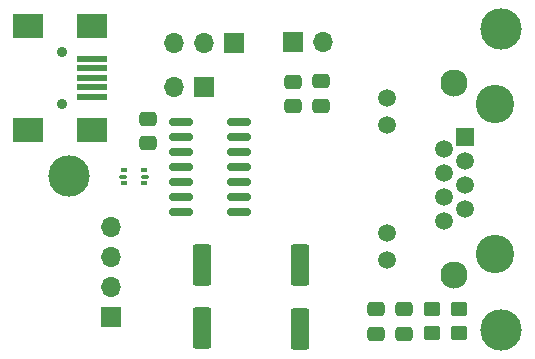
<source format=gbr>
%TF.GenerationSoftware,KiCad,Pcbnew,8.0.5*%
%TF.CreationDate,2024-10-09T12:38:17+02:00*%
%TF.ProjectId,USB-Extender_v1,5553422d-4578-4746-956e-6465725f7631,rev?*%
%TF.SameCoordinates,Original*%
%TF.FileFunction,Soldermask,Top*%
%TF.FilePolarity,Negative*%
%FSLAX46Y46*%
G04 Gerber Fmt 4.6, Leading zero omitted, Abs format (unit mm)*
G04 Created by KiCad (PCBNEW 8.0.5) date 2024-10-09 12:38:17*
%MOMM*%
%LPD*%
G01*
G04 APERTURE LIST*
G04 Aperture macros list*
%AMRoundRect*
0 Rectangle with rounded corners*
0 $1 Rounding radius*
0 $2 $3 $4 $5 $6 $7 $8 $9 X,Y pos of 4 corners*
0 Add a 4 corners polygon primitive as box body*
4,1,4,$2,$3,$4,$5,$6,$7,$8,$9,$2,$3,0*
0 Add four circle primitives for the rounded corners*
1,1,$1+$1,$2,$3*
1,1,$1+$1,$4,$5*
1,1,$1+$1,$6,$7*
1,1,$1+$1,$8,$9*
0 Add four rect primitives between the rounded corners*
20,1,$1+$1,$2,$3,$4,$5,0*
20,1,$1+$1,$4,$5,$6,$7,0*
20,1,$1+$1,$6,$7,$8,$9,0*
20,1,$1+$1,$8,$9,$2,$3,0*%
G04 Aperture macros list end*
%ADD10RoundRect,0.250000X-0.475000X0.337500X-0.475000X-0.337500X0.475000X-0.337500X0.475000X0.337500X0*%
%ADD11R,1.700000X1.700000*%
%ADD12O,1.700000X1.700000*%
%ADD13RoundRect,0.250000X0.550000X-1.500000X0.550000X1.500000X-0.550000X1.500000X-0.550000X-1.500000X0*%
%ADD14C,3.500000*%
%ADD15RoundRect,0.250000X-0.450000X0.350000X-0.450000X-0.350000X0.450000X-0.350000X0.450000X0.350000X0*%
%ADD16C,0.900000*%
%ADD17R,2.500000X0.500000*%
%ADD18R,2.500000X2.000000*%
%ADD19RoundRect,0.150000X0.825000X0.150000X-0.825000X0.150000X-0.825000X-0.150000X0.825000X-0.150000X0*%
%ADD20RoundRect,0.250000X0.475000X-0.337500X0.475000X0.337500X-0.475000X0.337500X-0.475000X-0.337500X0*%
%ADD21C,3.250000*%
%ADD22R,1.500000X1.500000*%
%ADD23C,1.500000*%
%ADD24C,2.300000*%
%ADD25RoundRect,0.093750X-0.156250X-0.093750X0.156250X-0.093750X0.156250X0.093750X-0.156250X0.093750X0*%
%ADD26RoundRect,0.075000X-0.250000X-0.075000X0.250000X-0.075000X0.250000X0.075000X-0.250000X0.075000X0*%
G04 APERTURE END LIST*
D10*
%TO.C,C2*%
X128270000Y-65387400D03*
X128270000Y-67462400D03*
%TD*%
D11*
%TO.C,J5*%
X125857000Y-62052200D03*
D12*
X128397000Y-62052200D03*
%TD*%
D11*
%TO.C,J6*%
X118318200Y-65836800D03*
D12*
X115778200Y-65836800D03*
%TD*%
D11*
%TO.C,J4*%
X110420000Y-85344000D03*
D12*
X110420000Y-82804000D03*
X110420000Y-80264000D03*
X110420000Y-77724000D03*
%TD*%
D10*
%TO.C,C1*%
X135229600Y-84664800D03*
X135229600Y-86739800D03*
%TD*%
D13*
%TO.C,C6*%
X126492000Y-86360000D03*
X126492000Y-80960000D03*
%TD*%
D14*
%TO.C,H2*%
X143510000Y-86410800D03*
%TD*%
D10*
%TO.C,C4*%
X132867400Y-84664800D03*
X132867400Y-86739800D03*
%TD*%
%TO.C,C3*%
X125882400Y-65408900D03*
X125882400Y-67483900D03*
%TD*%
D15*
%TO.C,R1*%
X139954000Y-84683600D03*
X139954000Y-86683600D03*
%TD*%
D16*
%TO.C,J3*%
X106282600Y-62874800D03*
X106282600Y-67274800D03*
D17*
X108882600Y-63474800D03*
X108882600Y-64274800D03*
X108882600Y-65074800D03*
X108882600Y-65874800D03*
X108882600Y-66674800D03*
D18*
X108882600Y-60674800D03*
X103382600Y-60674800D03*
X108882600Y-69474800D03*
X103382600Y-69474800D03*
%TD*%
D19*
%TO.C,U1*%
X121310400Y-76454000D03*
X121310400Y-75184000D03*
X121310400Y-73914000D03*
X121310400Y-72644000D03*
X121310400Y-71374000D03*
X121310400Y-70104000D03*
X121310400Y-68834000D03*
X116360400Y-68834000D03*
X116360400Y-70104000D03*
X116360400Y-71374000D03*
X116360400Y-72644000D03*
X116360400Y-73914000D03*
X116360400Y-75184000D03*
X116360400Y-76454000D03*
%TD*%
D15*
%TO.C,R2*%
X137617200Y-84683600D03*
X137617200Y-86683600D03*
%TD*%
D14*
%TO.C,H3*%
X143459200Y-60909200D03*
%TD*%
D11*
%TO.C,J2*%
X120827800Y-62103000D03*
D12*
X118287800Y-62103000D03*
X115747800Y-62103000D03*
%TD*%
D20*
%TO.C,C7*%
X113588800Y-70612000D03*
X113588800Y-68537000D03*
%TD*%
D21*
%TO.C,J1*%
X142927800Y-67259200D03*
X142927800Y-79959200D03*
D22*
X140387800Y-70049200D03*
D23*
X138607800Y-71065200D03*
X140387800Y-72081200D03*
X138607800Y-73097200D03*
X140387800Y-74113200D03*
X138607800Y-75129200D03*
X140387800Y-76145200D03*
X138607800Y-77161200D03*
X133787800Y-66749200D03*
X133787800Y-69039200D03*
X133787800Y-78179200D03*
X133787800Y-80469200D03*
D24*
X139497800Y-65479200D03*
X139497800Y-81739200D03*
%TD*%
D25*
%TO.C,U2*%
X111584000Y-72898000D03*
D26*
X111509000Y-73435500D03*
D25*
X111584000Y-73973000D03*
X113284000Y-73973000D03*
D26*
X113359000Y-73435500D03*
D25*
X113284000Y-72898000D03*
%TD*%
D13*
%TO.C,C5*%
X118160800Y-86301600D03*
X118160800Y-80901600D03*
%TD*%
D14*
%TO.C,H1*%
X106857800Y-73380600D03*
%TD*%
M02*

</source>
